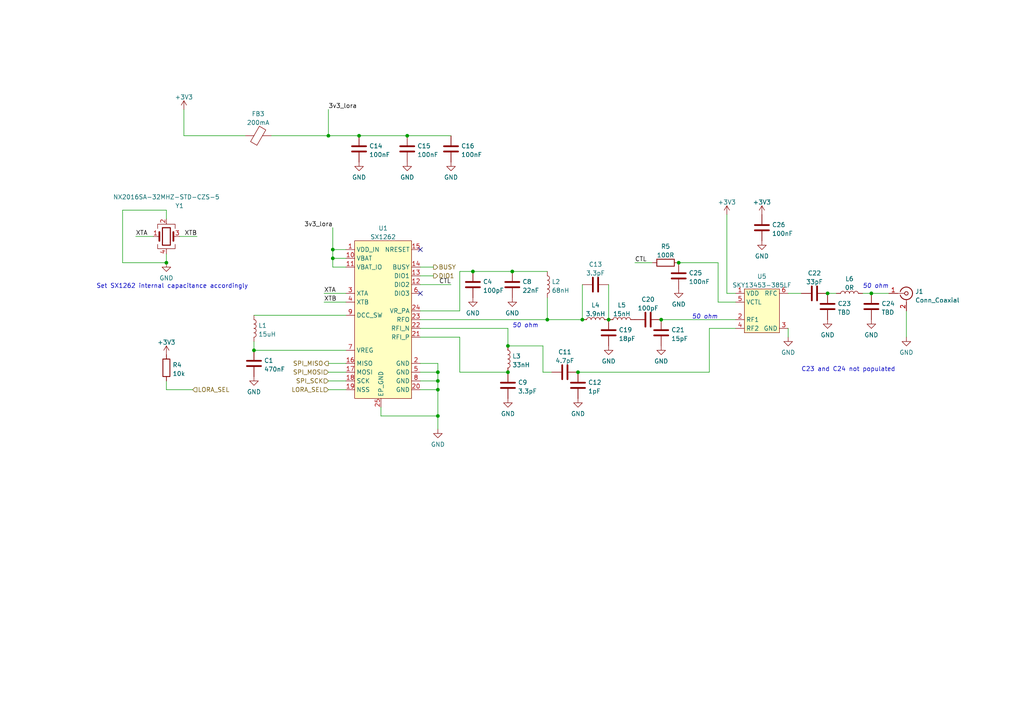
<source format=kicad_sch>
(kicad_sch (version 20230121) (generator eeschema)
  (paper "A4")
  (title_block (title "Tracker") (date "2023-02-07") (rev "1") (company "Polskie Towarzystwo Rakietowe") (comment 1 "bartekM, FlyingBanana, Kretu, Red Labs, karmelek, U.S. air force i inni"))
  (lib_symbols
    (symbol "Connector:Conn_Coaxial" (pin_names (offset 1.016) hide)
      (property "Reference" "J" (at 0.254 3.048 0))
      (property "Value" "Conn_Coaxial" (at 2.921 0 90))
      (symbol "Conn_Coaxial_0_1"
        (arc (start -1.778 -0.508) (mid 0.2311 -1.8066) (end 1.778 0) (stroke (width 0.254)))
        (polyline (pts (xy -2.54 0) (xy -0.508 0)))
        (polyline (pts (xy 0 -2.54) (xy 0 -1.778)))
        (circle (center 0 0) (radius 0.508) (stroke (width 0.2032)))
        (arc (start 1.778 0) (mid 0.2099 1.8101) (end -1.778 0.508) (stroke (width 0.254)))
      )
      (symbol "Conn_Coaxial_1_1"
        (pin passive line (at -5.08 0 0) (length 2.54) (name "In") (number "1"))
        (pin passive line (at 0 -5.08 90) (length 2.54) (name "Ext") (number "2"))
      )
    )
    (symbol "Device:C" (pin_numbers hide) (pin_names (offset 0.254))
      (property "Reference" "C" (at 0.635 2.54 0))
      (property "Value" "C" (at 0.635 -2.54 0))
      (symbol "C_0_1"
        (polyline (pts (xy -2.032 -0.762) (xy 2.032 -0.762)) (stroke (width 0.508)))
        (polyline (pts (xy -2.032 0.762) (xy 2.032 0.762)) (stroke (width 0.508)))
      )
      (symbol "C_1_1"
        (pin passive line (at 0 3.81 270) (length 2.794) (name "~") (number "1"))
        (pin passive line (at 0 -3.81 90) (length 2.794) (name "~") (number "2"))
      )
    )
    (symbol "Device:Crystal_GND24" (pin_names (offset 1.016) hide)
      (property "Reference" "Y" (at 3.175 5.08 0))
      (property "Value" "Crystal_GND24" (at 3.175 3.175 0))
      (symbol "Crystal_GND24_0_1"
        (rectangle (start -1.143 2.54) (end 1.143 -2.54) (stroke (width 0.3048)))
        (polyline (pts (xy -2.54 0) (xy -2.032 0)))
        (polyline (pts (xy -2.032 -1.27) (xy -2.032 1.27)) (stroke (width 0.508)))
        (polyline (pts (xy 0 -3.81) (xy 0 -3.556)))
        (polyline (pts (xy 0 3.556) (xy 0 3.81)))
        (polyline (pts (xy 2.032 -1.27) (xy 2.032 1.27)) (stroke (width 0.508)))
        (polyline (pts (xy 2.032 0) (xy 2.54 0)))
        (polyline (pts (xy -2.54 -2.286) (xy -2.54 -3.556) (xy 2.54 -3.556) (xy 2.54 -2.286)))
        (polyline (pts (xy -2.54 2.286) (xy -2.54 3.556) (xy 2.54 3.556) (xy 2.54 2.286)))
      )
      (symbol "Crystal_GND24_1_1"
        (pin passive line (at -3.81 0 0) (length 1.27) (name "1") (number "1"))
        (pin passive line (at 0 5.08 270) (length 1.27) (name "2") (number "2"))
        (pin passive line (at 3.81 0 180) (length 1.27) (name "3") (number "3"))
        (pin passive line (at 0 -5.08 90) (length 1.27) (name "4") (number "4"))
      )
    )
    (symbol "Device:FerriteBead" (pin_numbers hide) (pin_names (offset 0))
      (property "Reference" "FB" (at -3.81 0.635 90))
      (property "Value" "FerriteBead" (at 3.81 0 90))
      (symbol "FerriteBead_0_1"
        (polyline (pts (xy 0 -1.27) (xy 0 -1.2192)))
        (polyline (pts (xy 0 1.27) (xy 0 1.2954)))
        (polyline (pts (xy -2.7686 0.4064) (xy -1.7018 2.2606) (xy 2.7686 -0.3048) (xy 1.6764 -2.159) (xy -2.7686 0.4064)))
      )
      (symbol "FerriteBead_1_1"
        (pin passive line (at 0 3.81 270) (length 2.54) (name "~") (number "1"))
        (pin passive line (at 0 -3.81 90) (length 2.54) (name "~") (number "2"))
      )
    )
    (symbol "Device:L" (pin_numbers hide) (pin_names (offset 1.016) hide)
      (property "Reference" "L" (at -1.27 0 90))
      (property "Value" "L" (at 1.905 0 90))
      (symbol "L_0_1"
        (arc (start 0 -2.54) (mid 0.6323 -1.905) (end 0 -1.27))
        (arc (start 0 -1.27) (mid 0.6323 -0.635) (end 0 0))
        (arc (start 0 0) (mid 0.6323 0.635) (end 0 1.27))
        (arc (start 0 1.27) (mid 0.6323 1.905) (end 0 2.54))
      )
      (symbol "L_1_1"
        (pin passive line (at 0 3.81 270) (length 1.27) (name "1") (number "1"))
        (pin passive line (at 0 -3.81 90) (length 1.27) (name "2") (number "2"))
      )
    )
    (symbol "Device:R" (pin_numbers hide) (pin_names (offset 0))
      (property "Reference" "R" (at 2.032 0 90))
      (property "Value" "R" (at 0 0 90))
      (symbol "R_0_1"
        (rectangle (start -1.016 -2.54) (end 1.016 2.54) (stroke (width 0.254)))
      )
      (symbol "R_1_1"
        (pin passive line (at 0 3.81 270) (length 1.27) (name "~") (number "1"))
        (pin passive line (at 0 -3.81 90) (length 1.27) (name "~") (number "2"))
      )
    )
    (symbol "power:+3V3" (power) (pin_names (offset 0))
      (property "Value" "+3V3" (at 0 3.556 0))
      (symbol "+3V3_0_1"
        (polyline (pts (xy -0.762 1.27) (xy 0 2.54)))
        (polyline (pts (xy 0 0) (xy 0 2.54)))
        (polyline (pts (xy 0 2.54) (xy 0.762 1.27)))
      )
      (symbol "+3V3_1_1"
        (pin power_in line (at 0 0 90) (length 0) hide (name "+3V3") (number "1"))
      )
    )
    (symbol "power:GND" (power) (pin_names (offset 0))
      (property "Value" "GND" (at 0 -3.81 0))
      (symbol "GND_0_1"
        (polyline (pts (xy 0 0) (xy 0 -1.27) (xy 1.27 -1.27) (xy 0 -2.54) (xy -1.27 -1.27) (xy 0 -1.27)))
      )
      (symbol "GND_1_1"
        (pin power_in line (at 0 0 270) (length 0) hide (name "GND") (number "1"))
      )
    )
    (symbol "stanley_misc:SKY13453-385LF"
      (property "Reference" "U" (at 0 10.16 0))
      (property "Value" "SKY13453-385LF" (at 0 7.62 0))
      (symbol "SKY13453-385LF_0_1"
        (rectangle (start -5.08 6.35) (end 5.08 -6.35) (stroke (width 0.1524)) (fill (type background)))
      )
      (symbol "SKY13453-385LF_1_1"
        (pin input line (at -7.62 5.08 0) (length 2.54) (name "VDD") (number "1"))
        (pin input line (at -7.62 -2.54 0) (length 2.54) (name "RF1") (number "2"))
        (pin input line (at 7.62 -5.08 180) (length 2.54) (name "GND") (number "3"))
        (pin input line (at -7.62 -5.08 0) (length 2.54) (name "RF2") (number "4"))
        (pin input line (at -7.62 2.54 0) (length 2.54) (name "VCTL") (number "5"))
        (pin input line (at 7.62 5.08 180) (length 2.54) (name "RFC") (number "6"))
      )
    )
    (symbol "stanley_misc:SX1262"
      (property "Reference" "U" (at 0 16.51 0))
      (property "Value" "SX1262" (at 0 13.97 0))
      (symbol "SX1262_0_1"
        (rectangle (start -7.62 12.7) (end 8.89 -33.02) (stroke (width 0.1524)) (fill (type background)))
      )
      (symbol "SX1262_1_1"
        (pin input line (at -10.16 10.16 0) (length 2.54) (name "VDD_IN") (number "1"))
        (pin input line (at -10.16 7.62 0) (length 2.54) (name "VBAT") (number "10"))
        (pin input line (at -10.16 5.08 0) (length 2.54) (name "VBAT_IO") (number "11"))
        (pin input line (at 11.43 0 180) (length 2.54) (name "DIO2") (number "12"))
        (pin input line (at 11.43 2.54 180) (length 2.54) (name "DIO1") (number "13"))
        (pin input line (at 11.43 5.08 180) (length 2.54) (name "BUSY") (number "14"))
        (pin input line (at 11.43 10.16 180) (length 2.54) (name "NRESET") (number "15"))
        (pin input line (at -10.16 -22.86 0) (length 2.54) (name "MISO") (number "16"))
        (pin input line (at -10.16 -25.4 0) (length 2.54) (name "MOSI") (number "17"))
        (pin input line (at -10.16 -27.94 0) (length 2.54) (name "SCK") (number "18"))
        (pin input line (at -10.16 -30.48 0) (length 2.54) (name "NSS") (number "19"))
        (pin input line (at 11.43 -22.86 180) (length 2.54) (name "GND") (number "2"))
        (pin input line (at 11.43 -30.48 180) (length 2.54) (name "GND") (number "20"))
        (pin input line (at 11.43 -15.24 180) (length 2.54) (name "RFI_P") (number "21"))
        (pin input line (at 11.43 -12.7 180) (length 2.54) (name "RFI_N") (number "22"))
        (pin input line (at 11.43 -10.16 180) (length 2.54) (name "RFO") (number "23"))
        (pin input line (at 11.43 -7.62 180) (length 2.54) (name "VR_PA") (number "24"))
        (pin input line (at 0 -35.56 90) (length 2.54) (name "EP_GND") (number "25"))
        (pin input line (at -10.16 -2.54 0) (length 2.54) (name "XTA") (number "3"))
        (pin input line (at -10.16 -5.08 0) (length 2.54) (name "XTB") (number "4"))
        (pin input line (at 11.43 -25.4 180) (length 2.54) (name "GND") (number "5"))
        (pin input line (at 11.43 -2.54 180) (length 2.54) (name "DIO3") (number "6"))
        (pin input line (at -10.16 -19.05 0) (length 2.54) (name "VREG") (number "7"))
        (pin input line (at 11.43 -27.94 180) (length 2.54) (name "GND") (number "8"))
        (pin input line (at -10.16 -8.89 0) (length 2.54) (name "DCC_SW") (number "9"))
      )
    )
  )
  (junction (at 196.85 76.2))
  (junction (at 96.52 72.39))
  (junction (at 118.11 39.37))
  (junction (at 147.32 100.33))
  (junction (at 127 120.65))
  (junction (at 167.64 107.95))
  (junction (at 127 110.49))
  (junction (at 168.91 92.71))
  (junction (at 176.53 92.71))
  (junction (at 48.26 76.2))
  (junction (at 147.32 107.95))
  (junction (at 158.75 92.71))
  (junction (at 137.16 78.74))
  (junction (at 191.77 92.71))
  (junction (at 127 113.03))
  (junction (at 95.25 39.37))
  (junction (at 96.52 74.93))
  (junction (at 104.14 39.37))
  (junction (at 148.59 78.74))
  (junction (at 240.03 85.09))
  (junction (at 252.73 85.09))
  (junction (at 127 107.95))
  (junction (at 73.66 101.6))
  (no_connect (at 121.92 72.39))
  (no_connect (at 121.92 85.09))
  (wire (pts (xy 35.56 60.96) (xy 35.56 76.2)))
  (wire (pts (xy 121.92 90.17) (xy 133.35 90.17)))
  (wire (pts (xy 48.26 60.96) (xy 35.56 60.96)))
  (wire (pts (xy 127 110.49) (xy 127 113.03)))
  (wire (pts (xy 121.92 113.03) (xy 127 113.03)))
  (wire (pts (xy 121.92 92.71) (xy 158.75 92.71)))
  (wire (pts (xy 127 120.65) (xy 127 124.46)))
  (wire (pts (xy 95.25 39.37) (xy 104.14 39.37)))
  (wire (pts (xy 48.26 113.03) (xy 55.88 113.03)))
  (wire (pts (xy 240.03 85.09) (xy 242.57 85.09)))
  (wire (pts (xy 158.75 92.71) (xy 168.91 92.71)))
  (wire (pts (xy 168.91 82.55) (xy 168.91 92.71)))
  (wire (pts (xy 121.92 95.25) (xy 147.32 95.25)))
  (wire (pts (xy 148.59 78.74) (xy 158.75 78.74)))
  (wire (pts (xy 52.07 68.58) (xy 57.15 68.58)))
  (wire (pts (xy 39.37 68.58) (xy 44.45 68.58)))
  (wire (pts (xy 48.26 110.49) (xy 48.26 113.03)))
  (wire (pts (xy 96.52 72.39) (xy 100.33 72.39)))
  (wire (pts (xy 96.52 66.04) (xy 96.52 72.39)))
  (wire (pts (xy 184.15 76.2) (xy 189.23 76.2)))
  (wire (pts (xy 121.92 107.95) (xy 127 107.95)))
  (wire (pts (xy 205.74 107.95) (xy 167.64 107.95)))
  (wire (pts (xy 104.14 39.37) (xy 118.11 39.37)))
  (wire (pts (xy 48.26 63.5) (xy 48.26 60.96)))
  (wire (pts (xy 147.32 100.33) (xy 147.32 95.25)))
  (wire (pts (xy 96.52 74.93) (xy 96.52 77.47)))
  (wire (pts (xy 160.02 107.95) (xy 157.48 107.95)))
  (wire (pts (xy 93.98 87.63) (xy 100.33 87.63)))
  (wire (pts (xy 158.75 86.36) (xy 158.75 92.71)))
  (wire (pts (xy 191.77 92.71) (xy 213.36 92.71)))
  (wire (pts (xy 121.92 80.01) (xy 125.73 80.01)))
  (wire (pts (xy 208.28 87.63) (xy 208.28 76.2)))
  (wire (pts (xy 121.92 105.41) (xy 127 105.41)))
  (wire (pts (xy 96.52 77.47) (xy 100.33 77.47)))
  (wire (pts (xy 125.73 77.47) (xy 121.92 77.47)))
  (wire (pts (xy 210.82 85.09) (xy 213.36 85.09)))
  (wire (pts (xy 121.92 97.79) (xy 133.35 97.79)))
  (wire (pts (xy 133.35 97.79) (xy 133.35 107.95)))
  (wire (pts (xy 121.92 110.49) (xy 127 110.49)))
  (wire (pts (xy 71.12 39.37) (xy 53.34 39.37)))
  (wire (pts (xy 73.66 91.44) (xy 100.33 91.44)))
  (wire (pts (xy 127 113.03) (xy 127 120.65)))
  (wire (pts (xy 205.74 95.25) (xy 205.74 107.95)))
  (wire (pts (xy 95.25 113.03) (xy 100.33 113.03)))
  (wire (pts (xy 252.73 85.09) (xy 257.81 85.09)))
  (wire (pts (xy 137.16 78.74) (xy 148.59 78.74)))
  (wire (pts (xy 213.36 95.25) (xy 205.74 95.25)))
  (wire (pts (xy 95.25 105.41) (xy 100.33 105.41)))
  (wire (pts (xy 110.49 120.65) (xy 127 120.65)))
  (wire (pts (xy 93.98 85.09) (xy 100.33 85.09)))
  (wire (pts (xy 110.49 118.11) (xy 110.49 120.65)))
  (wire (pts (xy 133.35 78.74) (xy 133.35 90.17)))
  (wire (pts (xy 96.52 72.39) (xy 96.52 74.93)))
  (wire (pts (xy 232.41 85.09) (xy 228.6 85.09)))
  (wire (pts (xy 250.19 85.09) (xy 252.73 85.09)))
  (wire (pts (xy 213.36 87.63) (xy 208.28 87.63)))
  (wire (pts (xy 73.66 101.6) (xy 100.33 101.6)))
  (wire (pts (xy 133.35 107.95) (xy 147.32 107.95)))
  (wire (pts (xy 157.48 107.95) (xy 157.48 100.33)))
  (wire (pts (xy 96.52 74.93) (xy 100.33 74.93)))
  (wire (pts (xy 262.89 90.17) (xy 262.89 97.79)))
  (wire (pts (xy 157.48 100.33) (xy 147.32 100.33)))
  (wire (pts (xy 127 107.95) (xy 127 110.49)))
  (wire (pts (xy 118.11 39.37) (xy 130.81 39.37)))
  (wire (pts (xy 95.25 107.95) (xy 100.33 107.95)))
  (wire (pts (xy 210.82 62.23) (xy 210.82 85.09)))
  (wire (pts (xy 95.25 110.49) (xy 100.33 110.49)))
  (wire (pts (xy 176.53 82.55) (xy 176.53 92.71)))
  (wire (pts (xy 78.74 39.37) (xy 95.25 39.37)))
  (wire (pts (xy 196.85 76.2) (xy 208.28 76.2)))
  (wire (pts (xy 133.35 78.74) (xy 137.16 78.74)))
  (wire (pts (xy 53.34 39.37) (xy 53.34 31.75)))
  (wire (pts (xy 228.6 95.25) (xy 228.6 97.79)))
  (wire (pts (xy 127 105.41) (xy 127 107.95)))
  (wire (pts (xy 73.66 99.06) (xy 73.66 101.6)))
  (wire (pts (xy 35.56 76.2) (xy 48.26 76.2)))
  (wire (pts (xy 121.92 82.55) (xy 130.81 82.55)))
  (wire (pts (xy 95.25 39.37) (xy 95.25 31.75)))
  (wire (pts (xy 48.26 76.2) (xy 48.26 73.66)))
  (text "Set SX1262 internal capacitance accordingly" (at 27.94 83.82 0) (effects (font (size 1.27 1.27)) (justify left bottom)))
  (text "50 ohm" (at 148.59 95.25 0) (effects (font (size 1.27 1.27) italic) (justify left bottom)))
  (text "C23 and C24 not populated" (at 232.41 107.95 0) (effects (font (size 1.27 1.27)) (justify left bottom)))
  (text "50 ohm" (at 200.66 92.71 0) (effects (font (size 1.27 1.27) italic) (justify left bottom)))
  (text "50 ohm" (at 250.19 83.82 0) (effects (font (size 1.27 1.27) italic) (justify left bottom)))
  (label "CTL" (at 130.81 82.55 180))
  (label "XTB" (at 93.98 87.63 0))
  (label "XTB" (at 57.15 68.58 180))
  (label "CTL" (at 184.15 76.2 0))
  (label "3v3_lora" (at 95.25 31.75 0))
  (label "XTA" (at 93.98 85.09 0))
  (label "XTA" (at 39.37 68.58 0))
  (label "3v3_lora" (at 96.52 66.04 180))
  (hierarchical_label "LORA_SEL" (shape input) (at 95.25 113.03 180))
  (hierarchical_label "SPI_SCK" (shape input) (at 95.25 110.49 180))
  (hierarchical_label "SPI_MISO" (shape output) (at 95.25 105.41 180))
  (hierarchical_label "SPI_MOSI" (shape input) (at 95.25 107.95 180))
  (hierarchical_label "LORA_SEL" (shape input) (at 55.88 113.03 0))
  (hierarchical_label "BUSY" (shape output) (at 125.73 77.47 0))
  (hierarchical_label "DIO1" (shape output) (at 125.73 80.01 0))
  (symbol (lib_id "Device:L") (at 147.32 104.14 0) (unit 1)
    (property "Reference" "L3" (at 148.59 103.3053 0) (effects (justify left)))
    (property "Value" "33nH" (at 148.59 105.8422 0) (effects (justify left)))
    (property "Footprint" "Inductor_SMD:L_0402_1005Metric" (effects hide))
    (property "LCSC" "C275323" (effects hide))
  )
  (symbol (lib_id "Device:C") (at 73.66 105.41 0) (unit 1)
    (property "Reference" "C1" (at 76.581 104.5753 0) (effects (justify left)))
    (property "Value" "470nF" (at 76.581 107.1122 0) (effects (justify left)))
    (property "Footprint" "Capacitor_SMD:C_0402_1005Metric" (effects hide))
    (property "LCSC" "C47339" (effects hide))
  )
  (symbol (lib_id "power:GND") (at 73.66 109.22 0) (unit 1)
    (property "Reference" "#PWR0119" (effects hide))
    (property "Value" "GND" (at 73.66 113.6634 0))
  )
  (symbol (lib_id "Device:C") (at 104.14 43.18 0) (unit 1)
    (property "Reference" "C14" (at 107.061 42.3453 0) (effects (justify left)))
    (property "Value" "100nF" (at 107.061 44.8822 0) (effects (justify left)))
    (property "Footprint" "Capacitor_SMD:C_0402_1005Metric" (effects hide))
    (property "LCSC" "C1525" (effects hide))
  )
  (symbol (lib_id "power:GND") (at 118.11 46.99 0) (unit 1)
    (property "Reference" "#PWR0134" (effects hide))
    (property "Value" "GND" (at 118.11 51.4334 0))
  )
  (symbol (lib_id "Device:C") (at 187.96 92.71 90) (unit 1)
    (property "Reference" "C20" (at 187.96 86.8512 90))
    (property "Value" "100pF" (at 187.96 89.3881 90))
    (property "Footprint" "Capacitor_SMD:C_0402_1005Metric" (effects hide))
    (property "LCSC" "C1546" (effects hide))
  )
  (symbol (lib_id "Device:C") (at 148.59 82.55 0) (unit 1)
    (property "Reference" "C8" (at 151.511 81.7153 0) (effects (justify left)))
    (property "Value" "22nF" (at 151.511 84.2522 0) (effects (justify left)))
    (property "Footprint" "Capacitor_SMD:C_0402_1005Metric" (effects hide))
    (property "LCSC" "C1532" (effects hide))
  )
  (symbol (lib_id "power:GND") (at 148.59 86.36 0) (unit 1)
    (property "Reference" "#PWR0121" (effects hide))
    (property "Value" "GND" (at 148.59 90.8034 0))
  )
  (symbol (lib_id "power:GND") (at 48.26 76.2 0) (unit 1)
    (property "Reference" "#PWR0103" (effects hide))
    (property "Value" "GND" (at 48.26 80.6434 0))
  )
  (symbol (lib_id "Device:C") (at 196.85 80.01 180) (unit 1)
    (property "Reference" "C25" (at 199.771 79.1753 0) (effects (justify right)))
    (property "Value" "100nF" (at 199.771 81.7122 0) (effects (justify right)))
    (property "Footprint" "Capacitor_SMD:C_0402_1005Metric" (effects hide))
    (property "LCSC" "C1525" (effects hide))
  )
  (symbol (lib_id "stanley_misc:SX1262") (at 110.49 82.55 0) (unit 1)
    (property "Reference" "U1" (at 111.125 66.201 0))
    (property "Value" "SX1262" (at 111.125 68.7379 0))
    (property "Footprint" "Package_DFN_QFN:QFN-24-1EP_4x4mm_P0.5mm_EP2.7x2.7mm" (effects hide))
    (property "LCSC" "C191341" (effects hide))
  )
  (symbol (lib_id "power:GND") (at 137.16 86.36 0) (unit 1)
    (property "Reference" "#PWR0122" (effects hide))
    (property "Value" "GND" (at 137.16 90.8034 0))
  )
  (symbol (lib_id "Device:L") (at 158.75 82.55 0) (unit 1)
    (property "Reference" "L2" (at 160.02 81.7153 0) (effects (justify left)))
    (property "Value" "68nH" (at 160.02 84.2522 0) (effects (justify left)))
    (property "Footprint" "Inductor_SMD:L_0402_1005Metric" (effects hide))
    (property "LCSC" "C391307" (effects hide))
  )
  (symbol (lib_id "stanley_misc:SKY13453-385LF") (at 220.98 90.17 0) (unit 1)
    (property "Reference" "U5" (at 220.98 80.171 0))
    (property "Value" "SKY13453-385LF" (at 220.98 82.7079 0))
    (property "Footprint" "stanley_footprints:QFN_6_1x1mm" (effects hide))
    (property "LCSC" "C150878" (effects hide))
  )
  (symbol (lib_id "power:GND") (at 130.81 46.99 0) (unit 1)
    (property "Reference" "#PWR0135" (effects hide))
    (property "Value" "GND" (at 130.81 51.4334 0))
  )
  (symbol (lib_id "power:+3V3") (at 53.34 31.75 0) (unit 1)
    (property "Reference" "#PWR0114" (effects hide))
    (property "Value" "+3V3" (at 53.34 28.1742 0))
  )
  (symbol (lib_id "Device:C") (at 191.77 96.52 180) (unit 1)
    (property "Reference" "C21" (at 194.691 95.6853 0) (effects (justify right)))
    (property "Value" "15pF" (at 194.691 98.2222 0) (effects (justify right)))
    (property "Footprint" "Capacitor_SMD:C_0402_1005Metric" (effects hide))
    (property "LCSC" "C1548" (effects hide))
  )
  (symbol (lib_id "power:GND") (at 104.14 46.99 0) (unit 1)
    (property "Reference" "#PWR0133" (effects hide))
    (property "Value" "GND" (at 104.14 51.4334 0))
  )
  (symbol (lib_id "Device:R") (at 48.26 106.68 0) (unit 1)
    (property "Reference" "R4" (at 50.038 105.8453 0) (effects (justify left)))
    (property "Value" "10k" (at 50.038 108.3822 0) (effects (justify left)))
    (property "Footprint" "Resistor_SMD:R_0402_1005Metric" (effects hide))
    (property "LCSC" "C25744" (effects hide))
  )
  (symbol (lib_id "Device:C") (at 130.81 43.18 0) (unit 1)
    (property "Reference" "C16" (at 133.731 42.3453 0) (effects (justify left)))
    (property "Value" "100nF" (at 133.731 44.8822 0) (effects (justify left)))
    (property "Footprint" "Capacitor_SMD:C_0402_1005Metric" (effects hide))
    (property "LCSC" "C1525" (effects hide))
  )
  (symbol (lib_id "Device:L") (at 246.38 85.09 90) (unit 1)
    (property "Reference" "L6" (at 246.38 80.8822 90))
    (property "Value" "0R" (at 246.38 83.4191 90))
    (property "Footprint" "Inductor_SMD:L_0402_1005Metric" (effects hide))
    (property "LCSC" "C17168" (effects hide))
  )
  (symbol (lib_id "Connector:Conn_Coaxial") (at 262.89 85.09 0) (unit 1)
    (property "Reference" "J1" (at 265.43 84.5485 0) (effects (justify left)))
    (property "Value" "Conn_Coaxial" (at 265.43 87.0854 0) (effects (justify left)))
    (property "Footprint" "Connector_Coaxial:SMA_Samtec_SMA-J-P-X-ST-EM1_EdgeMount" (effects hide))
    (property "Datasheet" " ~" (effects hide))
  )
  (symbol (lib_id "power:GND") (at 252.73 92.71 0) (unit 1)
    (property "Reference" "#PWR0132" (effects hide))
    (property "Value" "GND" (at 252.73 97.1534 0))
  )
  (symbol (lib_id "Device:C") (at 137.16 82.55 0) (unit 1)
    (property "Reference" "C4" (at 140.081 81.7153 0) (effects (justify left)))
    (property "Value" "100pF" (at 140.081 84.2522 0) (effects (justify left)))
    (property "Footprint" "Capacitor_SMD:C_0402_1005Metric" (effects hide))
    (property "LCSC" "C1546" (effects hide))
  )
  (symbol (lib_id "power:GND") (at 228.6 97.79 0) (unit 1)
    (property "Reference" "#PWR0140" (effects hide))
    (property "Value" "GND" (at 228.6 102.2334 0))
  )
  (symbol (lib_id "power:+3V3") (at 210.82 62.23 0) (unit 1)
    (property "Reference" "#PWR0145" (effects hide))
    (property "Value" "+3V3" (at 210.82 58.6542 0))
  )
  (symbol (lib_id "Device:FerriteBead") (at 74.93 39.37 90) (unit 1)
    (property "Reference" "FB3" (at 74.8792 33.0286 90))
    (property "Value" "200mA" (at 74.8792 35.5655 90))
    (property "Footprint" "Inductor_SMD:L_0603_1608Metric" (effects hide))
    (property "LCSC" "C1002" (effects hide))
  )
  (symbol (lib_id "Device:L") (at 172.72 92.71 90) (unit 1)
    (property "Reference" "L4" (at 172.72 88.5022 90))
    (property "Value" "3.9nH" (at 172.72 91.0391 90))
    (property "Footprint" "Inductor_SMD:L_0402_1005Metric" (effects hide))
    (property "LCSC" "C14033" (effects hide))
  )
  (symbol (lib_id "power:GND") (at 220.98 69.85 0) (unit 1)
    (property "Reference" "#PWR0144" (effects hide))
    (property "Value" "GND" (at 220.98 74.2934 0))
  )
  (symbol (lib_id "power:+3V3") (at 220.98 62.23 0) (unit 1)
    (property "Reference" "#PWR0146" (effects hide))
    (property "Value" "+3V3" (at 220.98 58.6542 0))
  )
  (symbol (lib_id "Device:C") (at 163.83 107.95 90) (unit 1)
    (property "Reference" "C11" (at 163.83 102.0912 90))
    (property "Value" "4.7pF" (at 163.83 104.6281 90))
    (property "Footprint" "Capacitor_SMD:C_0402_1005Metric" (effects hide))
    (property "LCSC" "C1569" (effects hide))
  )
  (symbol (lib_id "Device:C") (at 172.72 82.55 90) (unit 1)
    (property "Reference" "C13" (at 172.72 76.6912 90))
    (property "Value" "3.3pF" (at 172.72 79.2281 90))
    (property "Footprint" "Capacitor_SMD:C_0402_1005Metric" (effects hide))
    (property "LCSC" "C1565" (effects hide))
  )
  (symbol (lib_id "Device:C") (at 236.22 85.09 90) (unit 1)
    (property "Reference" "C22" (at 236.22 79.2312 90))
    (property "Value" "33pF" (at 236.22 81.7681 90))
    (property "Footprint" "Capacitor_SMD:C_0402_1005Metric" (effects hide))
    (property "LCSC" "C1562" (effects hide))
  )
  (symbol (lib_id "Device:C") (at 147.32 111.76 180) (unit 1)
    (property "Reference" "C9" (at 150.241 110.9253 0) (effects (justify right)))
    (property "Value" "3.3pF" (at 150.241 113.4622 0) (effects (justify right)))
    (property "Footprint" "Capacitor_SMD:C_0402_1005Metric" (effects hide))
    (property "LCSC" "C1565" (effects hide))
  )
  (symbol (lib_id "Device:R") (at 193.04 76.2 90) (unit 1)
    (property "Reference" "R5" (at 193.04 71.4842 90))
    (property "Value" "100R" (at 193.04 74.0211 90))
    (property "Footprint" "Resistor_SMD:R_0402_1005Metric" (effects hide))
    (property "LCSC" "C25076" (effects hide))
  )
  (symbol (lib_id "Device:C") (at 220.98 66.04 180) (unit 1)
    (property "Reference" "C26" (at 223.901 65.2053 0) (effects (justify right)))
    (property "Value" "100nF" (at 223.901 67.7422 0) (effects (justify right)))
    (property "Footprint" "Capacitor_SMD:C_0402_1005Metric" (effects hide))
    (property "LCSC" "C1525" (effects hide))
  )
  (symbol (lib_id "power:GND") (at 167.64 115.57 0) (unit 1)
    (property "Reference" "#PWR0129" (effects hide))
    (property "Value" "GND" (at 167.64 120.0134 0))
  )
  (symbol (lib_id "power:GND") (at 196.85 83.82 0) (unit 1)
    (property "Reference" "#PWR0147" (effects hide))
    (property "Value" "GND" (at 196.85 88.2634 0))
  )
  (symbol (lib_id "power:GND") (at 262.89 97.79 0) (unit 1)
    (property "Reference" "#PWR0123" (effects hide))
    (property "Value" "GND" (at 262.89 102.2334 0))
  )
  (symbol (lib_id "Device:C") (at 167.64 111.76 180) (unit 1)
    (property "Reference" "C12" (at 170.561 110.9253 0) (effects (justify right)))
    (property "Value" "1pF" (at 170.561 113.4622 0) (effects (justify right)))
    (property "Footprint" "Capacitor_SMD:C_0402_1005Metric" (effects hide))
    (property "LCSC" "C1550" (effects hide))
  )
  (symbol (lib_id "power:GND") (at 240.03 92.71 0) (unit 1)
    (property "Reference" "#PWR0141" (effects hide))
    (property "Value" "GND" (at 240.03 97.1534 0))
  )
  (symbol (lib_id "power:GND") (at 127 124.46 0) (unit 1)
    (property "Reference" "#PWR0120" (effects hide))
    (property "Value" "GND" (at 127 128.9034 0))
  )
  (symbol (lib_id "power:+3V3") (at 48.26 102.87 0) (unit 1)
    (property "Reference" "#PWR0112" (effects hide))
    (property "Value" "+3V3" (at 48.26 99.2942 0))
  )
  (symbol (lib_id "power:GND") (at 147.32 115.57 0) (unit 1)
    (property "Reference" "#PWR0128" (effects hide))
    (property "Value" "GND" (at 147.32 120.0134 0))
  )
  (symbol (lib_id "Device:C") (at 118.11 43.18 0) (unit 1)
    (property "Reference" "C15" (at 121.031 42.3453 0) (effects (justify left)))
    (property "Value" "100nF" (at 121.031 44.8822 0) (effects (justify left)))
    (property "Footprint" "Capacitor_SMD:C_0402_1005Metric" (effects hide))
    (property "LCSC" "C1525" (effects hide))
  )
  (symbol (lib_id "Device:C") (at 176.53 96.52 180) (unit 1)
    (property "Reference" "C19" (at 179.451 95.6853 0) (effects (justify right)))
    (property "Value" "18pF" (at 179.451 98.2222 0) (effects (justify right)))
    (property "Footprint" "Capacitor_SMD:C_0402_1005Metric" (effects hide))
    (property "LCSC" "C1549" (effects hide))
  )
  (symbol (lib_id "Device:Crystal_GND24") (at 48.26 68.58 0) (unit 1)
    (property "Reference" "Y1" (at 52.07 59.69 0))
    (property "Value" "NX2016SA-32MHZ-STD-CZS-5" (at 48.26 57.15 0))
    (property "Footprint" "Crystal:Crystal_SMD_2016-4Pin_2.0x1.6mm" (effects hide))
    (property "LCSC" "C843260" (effects hide))
  )
  (symbol (lib_id "Device:L") (at 180.34 92.71 90) (unit 1)
    (property "Reference" "L5" (at 180.34 88.5022 90))
    (property "Value" "15nH" (at 180.34 91.0391 90))
    (property "Footprint" "Inductor_SMD:L_0402_1005Metric" (effects hide))
    (property "LCSC" "C27143" (effects hide))
  )
  (symbol (lib_id "Device:C") (at 240.03 88.9 180) (unit 1)
    (property "Reference" "C23" (at 242.951 88.0653 0) (effects (justify right)))
    (property "Value" "TBD" (at 242.951 90.6022 0) (effects (justify right)))
    (property "Footprint" "Capacitor_SMD:C_0402_1005Metric" (effects hide))
  )
  (symbol (lib_id "power:GND") (at 176.53 100.33 0) (unit 1)
    (property "Reference" "#PWR0143" (effects hide))
    (property "Value" "GND" (at 176.53 104.7734 0))
  )
  (symbol (lib_id "Device:C") (at 252.73 88.9 180) (unit 1)
    (property "Reference" "C24" (at 255.651 88.0653 0) (effects (justify right)))
    (property "Value" "TBD" (at 255.651 90.6022 0) (effects (justify right)))
    (property "Footprint" "Capacitor_SMD:C_0402_1005Metric" (effects hide))
  )
  (symbol (lib_id "Device:L") (at 73.66 95.25 0) (unit 1)
    (property "Reference" "L1" (at 74.93 94.4153 0) (effects (justify left)))
    (property "Value" "15uH" (at 74.93 96.9522 0) (effects (justify left)))
    (property "Footprint" "Inductor_SMD:L_0603_1608Metric" (effects hide))
    (property "LCSC" "C431252" (effects hide))
  )
  (symbol (lib_id "power:GND") (at 191.77 100.33 0) (unit 1)
    (property "Reference" "#PWR0142" (effects hide))
    (property "Value" "GND" (at 191.77 104.7734 0))
  )
)
</source>
